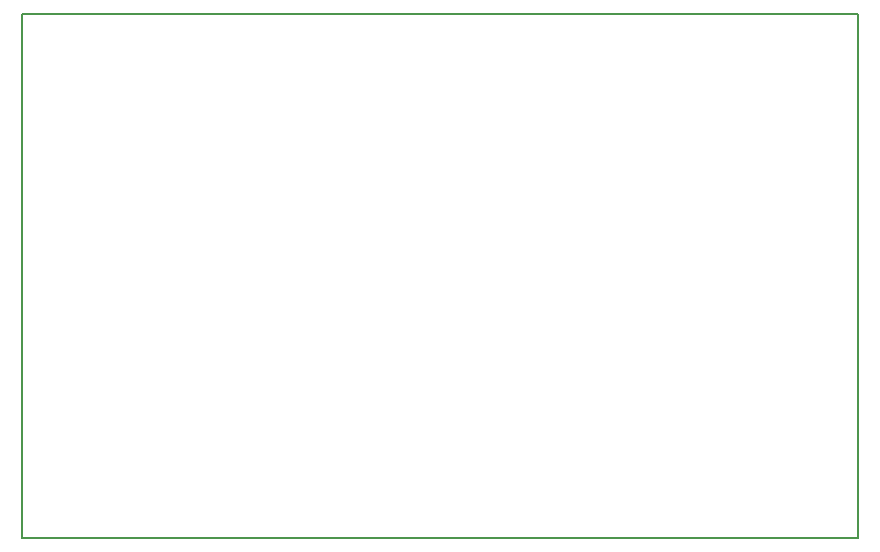
<source format=gm1>
G04 MADE WITH FRITZING*
G04 WWW.FRITZING.ORG*
G04 DOUBLE SIDED*
G04 HOLES PLATED*
G04 CONTOUR ON CENTER OF CONTOUR VECTOR*
%ASAXBY*%
%FSLAX23Y23*%
%MOIN*%
%OFA0B0*%
%SFA1.0B1.0*%
%ADD10R,2.795280X1.751970*%
%ADD11C,0.008000*%
%ADD10C,0.008*%
%LNCONTOUR*%
G90*
G70*
G54D10*
G54D11*
X4Y1748D02*
X2791Y1748D01*
X2791Y4D01*
X4Y4D01*
X4Y1748D01*
D02*
G04 End of contour*
M02*
</source>
